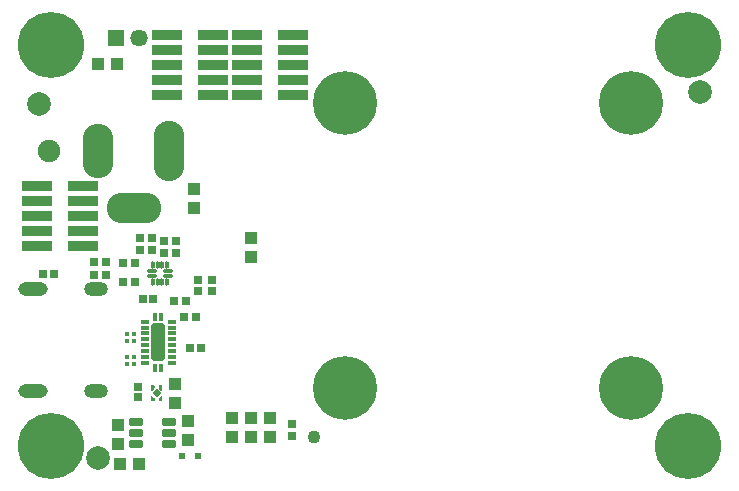
<source format=gbs>
G04*
G04 #@! TF.GenerationSoftware,Altium Limited,Altium Designer,19.1.8 (144)*
G04*
G04 Layer_Color=16711935*
%FSLAX44Y44*%
%MOMM*%
G71*
G01*
G75*
%ADD29C,1.1016*%
%ADD30R,0.6516X0.7516*%
%ADD39C,2.0000*%
%ADD42C,5.4000*%
%ADD43C,5.6016*%
%ADD44O,2.0000X1.2000*%
%ADD45O,2.5000X1.2000*%
%ADD46C,1.4696*%
%ADD47R,1.4696X1.4696*%
%ADD48C,1.9016*%
%ADD49O,2.6000X4.6000*%
%ADD50O,2.6000X5.1000*%
%ADD51O,4.6000X2.6000*%
%ADD52C,0.6080*%
%ADD83R,0.1500X0.1500*%
%ADD84R,0.1500X0.1500*%
%ADD93R,2.5016X0.8616*%
G04:AMPARAMS|DCode=94|XSize=0.3mm|YSize=0.6mm|CornerRadius=0.1mm|HoleSize=0mm|Usage=FLASHONLY|Rotation=0.000|XOffset=0mm|YOffset=0mm|HoleType=Round|Shape=RoundedRectangle|*
%AMROUNDEDRECTD94*
21,1,0.3000,0.4000,0,0,0.0*
21,1,0.1000,0.6000,0,0,0.0*
1,1,0.2000,0.0500,-0.2000*
1,1,0.2000,-0.0500,-0.2000*
1,1,0.2000,-0.0500,0.2000*
1,1,0.2000,0.0500,0.2000*
%
%ADD94ROUNDEDRECTD94*%
G04:AMPARAMS|DCode=95|XSize=0.3mm|YSize=0.8mm|CornerRadius=0.1mm|HoleSize=0mm|Usage=FLASHONLY|Rotation=90.000|XOffset=0mm|YOffset=0mm|HoleType=Round|Shape=RoundedRectangle|*
%AMROUNDEDRECTD95*
21,1,0.3000,0.6000,0,0,90.0*
21,1,0.1000,0.8000,0,0,90.0*
1,1,0.2000,0.3000,0.0500*
1,1,0.2000,0.3000,-0.0500*
1,1,0.2000,-0.3000,-0.0500*
1,1,0.2000,-0.3000,0.0500*
%
%ADD95ROUNDEDRECTD95*%
G04:AMPARAMS|DCode=96|XSize=0.39mm|YSize=0.74mm|CornerRadius=0.095mm|HoleSize=0mm|Usage=FLASHONLY|Rotation=90.000|XOffset=0mm|YOffset=0mm|HoleType=Round|Shape=RoundedRectangle|*
%AMROUNDEDRECTD96*
21,1,0.3900,0.5500,0,0,90.0*
21,1,0.2000,0.7400,0,0,90.0*
1,1,0.1900,0.2750,0.1000*
1,1,0.1900,0.2750,-0.1000*
1,1,0.1900,-0.2750,-0.1000*
1,1,0.1900,-0.2750,0.1000*
%
%ADD96ROUNDEDRECTD96*%
G04:AMPARAMS|DCode=97|XSize=0.39mm|YSize=0.74mm|CornerRadius=0.095mm|HoleSize=0mm|Usage=FLASHONLY|Rotation=180.000|XOffset=0mm|YOffset=0mm|HoleType=Round|Shape=RoundedRectangle|*
%AMROUNDEDRECTD97*
21,1,0.3900,0.5500,0,0,180.0*
21,1,0.2000,0.7400,0,0,180.0*
1,1,0.1900,-0.1000,0.2750*
1,1,0.1900,0.1000,0.2750*
1,1,0.1900,0.1000,-0.2750*
1,1,0.1900,-0.1000,-0.2750*
%
%ADD97ROUNDEDRECTD97*%
G04:AMPARAMS|DCode=98|XSize=1.14mm|YSize=3.14mm|CornerRadius=0.12mm|HoleSize=0mm|Usage=FLASHONLY|Rotation=180.000|XOffset=0mm|YOffset=0mm|HoleType=Round|Shape=RoundedRectangle|*
%AMROUNDEDRECTD98*
21,1,1.1400,2.9000,0,0,180.0*
21,1,0.9000,3.1400,0,0,180.0*
1,1,0.2400,-0.4500,1.4500*
1,1,0.2400,0.4500,1.4500*
1,1,0.2400,0.4500,-1.4500*
1,1,0.2400,-0.4500,-1.4500*
%
%ADD98ROUNDEDRECTD98*%
G04:AMPARAMS|DCode=99|XSize=0.7016mm|YSize=1.1016mm|CornerRadius=0.1018mm|HoleSize=0mm|Usage=FLASHONLY|Rotation=90.000|XOffset=0mm|YOffset=0mm|HoleType=Round|Shape=RoundedRectangle|*
%AMROUNDEDRECTD99*
21,1,0.7016,0.8980,0,0,90.0*
21,1,0.4980,1.1016,0,0,90.0*
1,1,0.2036,0.4490,0.2490*
1,1,0.2036,0.4490,-0.2490*
1,1,0.2036,-0.4490,-0.2490*
1,1,0.2036,-0.4490,0.2490*
%
%ADD99ROUNDEDRECTD99*%
%ADD100P,0.8202X4X90.0*%
%ADD101R,0.7516X0.6516*%
%ADD102R,1.0016X1.1016*%
%ADD103R,1.1016X1.0016*%
%ADD104R,0.5816X0.5016*%
%ADD105R,0.4616X0.4216*%
%ADD106R,0.7216X0.7216*%
%ADD107R,0.7216X0.7216*%
G36*
X115789Y72894D02*
X115798Y72893D01*
X115892Y72864D01*
X115979Y72818D01*
X116021Y72783D01*
X116055Y72755D01*
X116055Y72755D01*
X117855Y70955D01*
X117918Y70879D01*
X117964Y70792D01*
X117971Y70770D01*
X117993Y70698D01*
X117998Y70649D01*
X118003Y70600D01*
X118002Y70600D01*
Y68800D01*
X117993Y68702D01*
X117964Y68608D01*
X117918Y68521D01*
X117855Y68445D01*
X117779Y68382D01*
X117692Y68336D01*
X117598Y68307D01*
X117500Y68298D01*
X115400D01*
X115302Y68307D01*
X115208Y68336D01*
X115121Y68382D01*
X115045Y68445D01*
X114982Y68521D01*
X114936Y68608D01*
X114907Y68702D01*
X114898Y68800D01*
Y72400D01*
X114907Y72498D01*
X114936Y72592D01*
X114982Y72679D01*
X115045Y72755D01*
X115121Y72818D01*
X115208Y72864D01*
X115302Y72893D01*
X115400Y72902D01*
X115700D01*
X115700Y72902D01*
X115789Y72894D01*
D02*
G37*
G36*
X123700Y72902D02*
X124000D01*
X124098Y72893D01*
X124192Y72864D01*
X124279Y72818D01*
X124355Y72755D01*
X124418Y72679D01*
X124464Y72592D01*
X124493Y72498D01*
X124502Y72400D01*
Y68800D01*
X124493Y68702D01*
X124464Y68608D01*
X124418Y68521D01*
X124355Y68445D01*
X124279Y68382D01*
X124192Y68336D01*
X124098Y68307D01*
X124000Y68298D01*
X121900D01*
X121802Y68307D01*
X121708Y68336D01*
X121621Y68382D01*
X121545Y68445D01*
X121482Y68521D01*
X121436Y68608D01*
X121407Y68702D01*
X121398Y68800D01*
Y70600D01*
X121398Y70600D01*
X121403Y70649D01*
X121407Y70698D01*
X121429Y70770D01*
X121436Y70792D01*
X121482Y70879D01*
X121545Y70955D01*
X123345Y72755D01*
X123345Y72755D01*
X123379Y72783D01*
X123421Y72818D01*
X123508Y72864D01*
X123602Y72893D01*
X123611Y72894D01*
X123700Y72902D01*
X123700Y72902D01*
D02*
G37*
G36*
X117598Y81493D02*
X117692Y81464D01*
X117779Y81418D01*
X117855Y81355D01*
X117918Y81279D01*
X117964Y81192D01*
X117993Y81098D01*
X118002Y81000D01*
Y79200D01*
X118003Y79200D01*
X117998Y79151D01*
X117993Y79102D01*
X117971Y79030D01*
X117964Y79008D01*
X117918Y78921D01*
X117886Y78883D01*
X117855Y78845D01*
X117855Y78845D01*
X116055Y77045D01*
X116055Y77045D01*
X115979Y76982D01*
X115892Y76936D01*
X115870Y76929D01*
X115798Y76907D01*
X115700Y76898D01*
X115400D01*
X115302Y76907D01*
X115208Y76936D01*
X115121Y76982D01*
X115045Y77045D01*
X114982Y77121D01*
X114936Y77208D01*
X114907Y77302D01*
X114898Y77400D01*
Y81000D01*
X114907Y81098D01*
X114936Y81192D01*
X114982Y81279D01*
X115045Y81355D01*
X115121Y81418D01*
X115208Y81464D01*
X115302Y81493D01*
X115400Y81502D01*
X117500D01*
X117598Y81493D01*
D02*
G37*
G36*
X124098D02*
X124192Y81464D01*
X124279Y81418D01*
X124355Y81355D01*
X124418Y81279D01*
X124464Y81192D01*
X124493Y81098D01*
X124502Y81000D01*
Y77400D01*
X124493Y77302D01*
X124464Y77208D01*
X124418Y77121D01*
X124355Y77045D01*
X124279Y76982D01*
X124192Y76936D01*
X124098Y76907D01*
X124000Y76898D01*
X123700D01*
X123602Y76907D01*
X123530Y76929D01*
X123508Y76936D01*
X123421Y76982D01*
X123345Y77045D01*
X123345Y77045D01*
X121545Y78845D01*
X121545Y78845D01*
X121514Y78883D01*
X121482Y78921D01*
X121436Y79008D01*
X121429Y79030D01*
X121407Y79102D01*
X121402Y79151D01*
X121398Y79200D01*
X121398Y79200D01*
Y81000D01*
X121407Y81098D01*
X121436Y81192D01*
X121482Y81279D01*
X121545Y81355D01*
X121621Y81418D01*
X121708Y81464D01*
X121802Y81493D01*
X121900Y81502D01*
X124000D01*
X124098Y81493D01*
D02*
G37*
D29*
X252730Y37846D02*
D03*
D30*
X67000Y186000D02*
D03*
X77000D02*
D03*
X67000Y175000D02*
D03*
X77000D02*
D03*
X101000Y185000D02*
D03*
X91000D02*
D03*
X101000Y169000D02*
D03*
X91000D02*
D03*
X144501Y153249D02*
D03*
X134501D02*
D03*
X153000Y139000D02*
D03*
X143000D02*
D03*
D39*
X70000Y20000D02*
D03*
X20000Y320000D02*
D03*
X580000Y330000D02*
D03*
D42*
X279000Y79000D02*
D03*
X521000Y321000D02*
D03*
X279000D02*
D03*
X521000Y79000D02*
D03*
D43*
X570000Y370000D02*
D03*
Y30000D02*
D03*
X30000Y370000D02*
D03*
Y30000D02*
D03*
D44*
X68400Y163200D02*
D03*
Y76800D02*
D03*
D45*
X14800Y163200D02*
D03*
Y76800D02*
D03*
D46*
X105000Y375500D02*
D03*
D47*
X85000D02*
D03*
D48*
X28500Y280000D02*
D03*
D49*
X70250Y280000D02*
D03*
D50*
X130250Y280000D02*
D03*
D51*
X100500Y231750D02*
D03*
D52*
X299750Y79000D02*
D03*
X258250D02*
D03*
X279000Y58250D02*
D03*
Y99750D02*
D03*
X541750Y321000D02*
D03*
X500250D02*
D03*
X521000Y300250D02*
D03*
Y341750D02*
D03*
X299750Y321000D02*
D03*
X258250D02*
D03*
X279000Y300250D02*
D03*
Y341750D02*
D03*
X541750Y79000D02*
D03*
X500250D02*
D03*
X521000Y58250D02*
D03*
Y99750D02*
D03*
D83*
X123000Y80000D02*
D03*
D84*
X116400D02*
D03*
X123000Y69800D02*
D03*
X116400D02*
D03*
D93*
X57500Y250400D02*
D03*
Y237700D02*
D03*
Y225000D02*
D03*
Y212300D02*
D03*
Y199600D02*
D03*
X18500Y250400D02*
D03*
Y237700D02*
D03*
Y225000D02*
D03*
Y212300D02*
D03*
Y199600D02*
D03*
X128500Y327600D02*
D03*
Y340300D02*
D03*
Y353000D02*
D03*
Y365700D02*
D03*
Y378400D02*
D03*
X167500Y327600D02*
D03*
Y340300D02*
D03*
Y353000D02*
D03*
Y365700D02*
D03*
Y378400D02*
D03*
X196500Y327600D02*
D03*
Y340300D02*
D03*
Y353000D02*
D03*
Y365700D02*
D03*
Y378400D02*
D03*
X235500Y327600D02*
D03*
Y340300D02*
D03*
Y353000D02*
D03*
Y365700D02*
D03*
Y378400D02*
D03*
D94*
X116502Y168748D02*
D03*
X120502D02*
D03*
X124502D02*
D03*
X128502D02*
D03*
Y183748D02*
D03*
X124502D02*
D03*
X120502D02*
D03*
X116502D02*
D03*
D95*
X129002Y174249D02*
D03*
Y178249D02*
D03*
X116002D02*
D03*
Y174249D02*
D03*
D96*
X109500Y130500D02*
D03*
Y135500D02*
D03*
Y110500D02*
D03*
Y115500D02*
D03*
Y120500D02*
D03*
Y125500D02*
D03*
Y100500D02*
D03*
Y105500D02*
D03*
X132500Y100500D02*
D03*
Y115500D02*
D03*
Y120500D02*
D03*
Y135500D02*
D03*
Y110500D02*
D03*
Y105500D02*
D03*
Y130500D02*
D03*
Y125500D02*
D03*
D97*
X123500Y139500D02*
D03*
X118500D02*
D03*
Y96500D02*
D03*
X123500D02*
D03*
D98*
X121000Y118000D02*
D03*
D99*
X129750Y50500D02*
D03*
Y41000D02*
D03*
Y31500D02*
D03*
X102250D02*
D03*
Y41000D02*
D03*
Y50500D02*
D03*
D100*
X119700Y74900D02*
D03*
D101*
X136000Y194000D02*
D03*
Y204000D02*
D03*
X126000Y194000D02*
D03*
Y204000D02*
D03*
X155000Y171000D02*
D03*
Y161000D02*
D03*
X115501Y206499D02*
D03*
Y196499D02*
D03*
X105501Y206499D02*
D03*
Y196499D02*
D03*
X234316Y38680D02*
D03*
Y48680D02*
D03*
D102*
X183326Y37712D02*
D03*
X199326D02*
D03*
X215326D02*
D03*
X199326D02*
D03*
X199326Y53712D02*
D03*
X183326D02*
D03*
X215326D02*
D03*
X199326D02*
D03*
X105000Y15000D02*
D03*
X89000D02*
D03*
X86000Y354000D02*
D03*
X70000D02*
D03*
D103*
X183326Y37712D02*
D03*
Y53712D02*
D03*
X199326Y37712D02*
D03*
Y53712D02*
D03*
X215326Y37712D02*
D03*
Y53712D02*
D03*
X87000Y32000D02*
D03*
Y48000D02*
D03*
X146000Y35000D02*
D03*
Y51000D02*
D03*
X200000Y206000D02*
D03*
Y190000D02*
D03*
X135000Y83000D02*
D03*
Y67000D02*
D03*
X151000Y232000D02*
D03*
Y248000D02*
D03*
D104*
X141400Y22000D02*
D03*
X154600D02*
D03*
D105*
X100301Y99249D02*
D03*
X94701D02*
D03*
X100301Y105249D02*
D03*
X94701D02*
D03*
X100301Y119249D02*
D03*
X94701D02*
D03*
X100301Y125249D02*
D03*
X94701D02*
D03*
D106*
X23694Y175768D02*
D03*
X32694D02*
D03*
X117001Y154249D02*
D03*
X108001D02*
D03*
X157336Y113538D02*
D03*
X148336D02*
D03*
D107*
X167000Y161500D02*
D03*
Y170500D02*
D03*
X103700Y71400D02*
D03*
Y80400D02*
D03*
M02*

</source>
